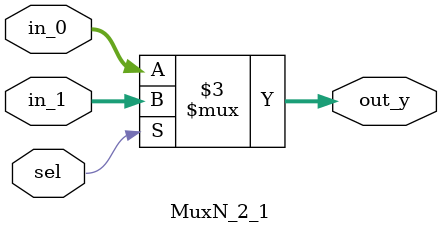
<source format=sv>

module MuxN_2_1 
    #(
    parameter int N = 8             // generic width
    )(
    input  logic [N-1:0]    in_0,   // input 0
    input  logic [N-1:0]    in_1,   // input 1
    input  logic            sel,    // selector
    output logic [N-1:0]    out_y   // output
    );

    always_comb begin
        if (sel)
            out_y = in_1;
        else
            out_y = in_0;
    end
    
endmodule

</source>
